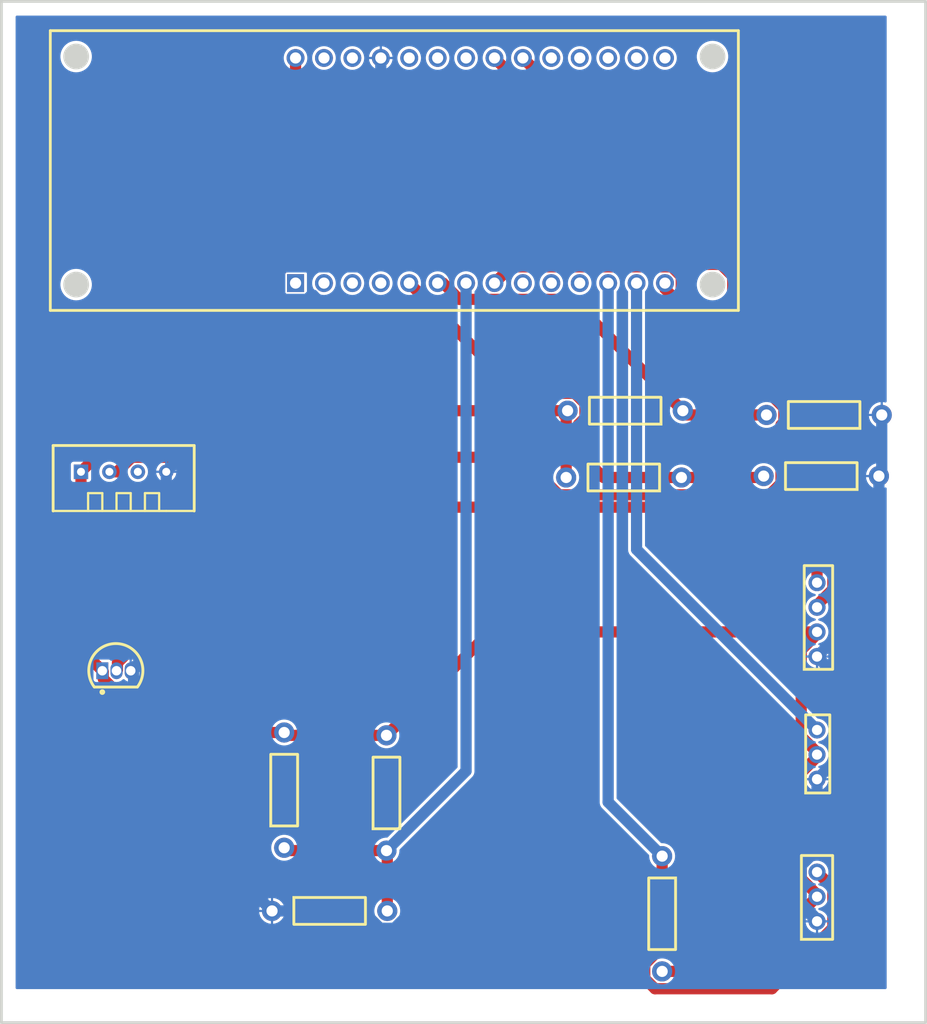
<source format=kicad_pcb>
(kicad_pcb (version 20241229) (generator "pcbnew") (generator_version "9.0")
  (layers (0 "F.Cu" signal "Top Layer") (2 "B.Cu" signal "Bottom Layer") (13 "F.Paste" user "Top Paste Mask Layer") (15 "B.Paste" user "Bottom Paste Mask Layer") (5 "F.SilkS" user "Top Silkscreen Layer") (7 "B.SilkS" user "Bottom Silkscreen Layer") (1 "F.Mask" user "Top Solder Mask Layer") (3 "B.Mask" user "Bottom Solder Mask Layer") (25 "Edge.Cuts" user "Multi-Layer"))
  (net 0 "")
  (net 1 "$1N615")
  (net 2 "$1N571")
  (net 3 "$1N461")
  (net 4 "$1N1258")
  (net 5 "$1N1408")
  (net 6 "$1N1838")
  (net 7 "$1N1847")
  (net 8 "$1N609")
  (net 9 "$1N842")
  (net 10 "$1N1586")
  (net 11 "$1N1590")
  (footprint "ProPrj_therminator_2026-01-14:COMM-TH_28P-L61.5-W25.0-P2.54" (layer "F.Cu") (at 152.799 75.113)
    (property "Reference" "U1" (hide yes))
    (property "Value" "")
    (fp_line (start -38.43 -12.5) (end 23.07 -12.5) (stroke (width 0.254)) (layer "F.SilkS"))
    (fp_line (start -38.43 12.5) (end -38.43 -12.5) (stroke (width 0.254)) (layer "F.SilkS"))
    (fp_line (start 23.07 -12.5) (end 23.07 12.5) (stroke (width 0.254)) (layer "F.SilkS"))
    (fp_line (start 23.07 12.5) (end -38.43 12.5) (stroke (width 0.254)) (layer "F.SilkS"))
    (fp_poly (pts (xy -34.973545 -10.280228) (xy -35.001775 -10.458462) (xy -35.057539 -10.630086) (xy -35.139464 -10.790873) (xy -35.245533 -10.936865) (xy -35.373135 -11.064467) (xy -35.519127 -11.170536) (xy -35.679914 -11.252461) (xy -35.851538 -11.308225) (xy -36.029772 -11.336455) (xy -36.210228 -11.336455) (xy -36.388462 -11.308225) (xy -36.560086 -11.252461) (xy -36.720873 -11.170536) (xy -36.866865 -11.064467) (xy -36.994467 -10.936865) (xy -37.100536 -10.790873) (xy -37.182461 -10.630086) (xy -37.238225 -10.458462) (xy -37.266455 -10.280228) (xy -37.266455 -10.099772) (xy -37.238225 -9.921538) (xy -37.182461 -9.749914) (xy -37.100536 -9.589127) (xy -36.994467 -9.443135) (xy -36.866865 -9.315533) (xy -36.720873 -9.209464) (xy -36.560086 -9.127539) (xy -36.388462 -9.071775) (xy -36.210228 -9.043545) (xy -36.029772 -9.043545) (xy -35.851538 -9.071775) (xy -35.679914 -9.127539) (xy -35.519127 -9.209464) (xy -35.373135 -9.315533) (xy -35.245533 -9.443135) (xy -35.139464 -9.589127) (xy -35.057539 -9.749914) (xy -35.001775 -9.921538) (xy -34.973545 -10.099772)) (fill yes) (layer "Edge.Cuts"))
    (fp_poly (pts (xy -34.973545 10.099772) (xy -35.001775 9.921538) (xy -35.057539 9.749914) (xy -35.139464 9.589127) (xy -35.245533 9.443135) (xy -35.373135 9.315533) (xy -35.519127 9.209464) (xy -35.679914 9.127539) (xy -35.851538 9.071775) (xy -36.029772 9.043545) (xy -36.210228 9.043545) (xy -36.388462 9.071775) (xy -36.560086 9.127539) (xy -36.720873 9.209464) (xy -36.866865 9.315533) (xy -36.994467 9.443135) (xy -37.100536 9.589127) (xy -37.182461 9.749914) (xy -37.238225 9.921538) (xy -37.266455 10.099772) (xy -37.266455 10.280228) (xy -37.238225 10.458462) (xy -37.182461 10.630086) (xy -37.100536 10.790873) (xy -36.994467 10.936865) (xy -36.866865 11.064467) (xy -36.720873 11.170536) (xy -36.560086 11.252461) (xy -36.388462 11.308225) (xy -36.210228 11.336455) (xy -36.029772 11.336455) (xy -35.851538 11.308225) (xy -35.679914 11.252461) (xy -35.519127 11.170536) (xy -35.373135 11.064467) (xy -35.245533 10.936865) (xy -35.139464 10.790873) (xy -35.057539 10.630086) (xy -35.001775 10.458462) (xy -34.973545 10.280228)) (fill yes) (layer "Edge.Cuts"))
    (fp_poly (pts (xy 21.906455 -10.280228) (xy 21.878225 -10.458462) (xy 21.822461 -10.630086) (xy 21.740536 -10.790873) (xy 21.634467 -10.936865) (xy 21.506865 -11.064467) (xy 21.360873 -11.170536) (xy 21.200086 -11.252461) (xy 21.028462 -11.308225) (xy 20.850228 -11.336455) (xy 20.669772 -11.336455) (xy 20.491538 -11.308225) (xy 20.319914 -11.252461) (xy 20.159127 -11.170536) (xy 20.013135 -11.064467) (xy 19.885533 -10.936865) (xy 19.779464 -10.790873) (xy 19.697539 -10.630086) (xy 19.641775 -10.458462) (xy 19.613545 -10.280228) (xy 19.613545 -10.099772) (xy 19.641775 -9.921538) (xy 19.697539 -9.749914) (xy 19.779464 -9.589127) (xy 19.885533 -9.443135) (xy 20.013135 -9.315533) (xy 20.159127 -9.209464) (xy 20.319914 -9.127539) (xy 20.491538 -9.071775) (xy 20.669772 -9.043545) (xy 20.850228 -9.043545) (xy 21.028462 -9.071775) (xy 21.200086 -9.127539) (xy 21.360873 -9.209464) (xy 21.506865 -9.315533) (xy 21.634467 -9.443135) (xy 21.740536 -9.589127) (xy 21.822461 -9.749914) (xy 21.878225 -9.921538) (xy 21.906455 -10.099772)) (fill yes) (layer "Edge.Cuts"))
    (fp_poly (pts (xy 21.906455 10.099772) (xy 21.878225 9.921538) (xy 21.822461 9.749914) (xy 21.740536 9.589127) (xy 21.634467 9.443135) (xy 21.506865 9.315533) (xy 21.360873 9.209464) (xy 21.200086 9.127539) (xy 21.028462 9.071775) (xy 20.850228 9.043545) (xy 20.669772 9.043545) (xy 20.491538 9.071775) (xy 20.319914 9.127539) (xy 20.159127 9.209464) (xy 20.013135 9.315533) (xy 19.885533 9.443135) (xy 19.779464 9.589127) (xy 19.697539 9.749914) (xy 19.641775 9.921538) (xy 19.613545 10.099772) (xy 19.613545 10.280228) (xy 19.641775 10.458462) (xy 19.697539 10.630086) (xy 19.779464 10.790873) (xy 19.885533 10.936865) (xy 20.013135 11.064467) (xy 20.159127 11.170536) (xy 20.319914 11.252461) (xy 20.491538 11.308225) (xy 20.669772 11.336455) (xy 20.850228 11.336455) (xy 21.028462 11.308225) (xy 21.200086 11.252461) (xy 21.360873 11.170536) (xy 21.506865 11.064467) (xy 21.634467 10.936865) (xy 21.740536 10.790873) (xy 21.822461 10.630086) (xy 21.878225 10.458462) (xy 21.906455 10.280228)) (fill yes) (layer "Edge.Cuts"))
    (pad "1" thru_hole rect (at -16.51 10.06) (size 1.524 1.6) (drill 1) (layers "*.Cu" "*.Mask"))
    (pad "2" thru_hole circle (at -13.97 10.06) (size 1.6 1.6) (drill 1) (layers "*.Cu" "*.Mask"))
    (pad "3" thru_hole circle (at -11.43 10.06) (size 1.6 1.6) (drill 1) (layers "*.Cu" "*.Mask"))
    (pad "4" thru_hole circle (at -8.89 10.06) (size 1.6 1.6) (drill 1) (layers "*.Cu" "*.Mask"))
    (pad "5" thru_hole circle (at -6.35 10.06) (size 1.6 1.6) (drill 1) (layers "*.Cu" "*.Mask") (net 11 "$1N1590"))
    (pad "6" thru_hole circle (at -3.81 10.06) (size 1.6 1.6) (drill 1) (layers "*.Cu" "*.Mask") (net 10 "$1N1586"))
    (pad "7" thru_hole circle (at -1.27 10.06) (size 1.6 1.6) (drill 1) (layers "*.Cu" "*.Mask") (net 9 "$1N842"))
    (pad "8" thru_hole circle (at 1.27 10.06) (size 1.6 1.6) (drill 1) (layers "*.Cu" "*.Mask") (net 8 "$1N609"))
    (pad "9" thru_hole circle (at 3.81 10.06) (size 1.6 1.6) (drill 1) (layers "*.Cu" "*.Mask"))
    (pad "10" thru_hole circle (at 6.35 10.06) (size 1.6 1.6) (drill 1) (layers "*.Cu" "*.Mask"))
    (pad "11" thru_hole circle (at 8.89 10.06) (size 1.6 1.6) (drill 1) (layers "*.Cu" "*.Mask"))
    (pad "12" thru_hole circle (at 11.43 10.06) (size 1.6 1.6) (drill 1) (layers "*.Cu" "*.Mask") (net 5 "$1N1408"))
    (pad "13" thru_hole circle (at 13.97 10.06) (size 1.6 1.6) (drill 1) (layers "*.Cu" "*.Mask") (net 4 "$1N1258"))
    (pad "14" thru_hole circle (at 16.51 10.06) (size 1.6 1.6) (drill 1) (layers "*.Cu" "*.Mask") (net 2 "$1N571"))
    (pad "15" thru_hole circle (at 16.51 -10.06) (size 1.6 1.6) (drill 1) (layers "*.Cu" "*.Mask"))
    (pad "16" thru_hole circle (at 13.97 -10.06) (size 1.6 1.6) (drill 1) (layers "*.Cu" "*.Mask"))
    (pad "17" thru_hole circle (at 11.43 -10.06) (size 1.6 1.6) (drill 1) (layers "*.Cu" "*.Mask"))
    (pad "18" thru_hole circle (at 8.89 -10.06) (size 1.6 1.6) (drill 1) (layers "*.Cu" "*.Mask"))
    (pad "19" thru_hole circle (at 6.35 -10.06) (size 1.6 1.6) (drill 1) (layers "*.Cu" "*.Mask"))
    (pad "20" thru_hole circle (at 3.81 -10.06) (size 1.6 1.6) (drill 1) (layers "*.Cu" "*.Mask") (net 6 "$1N1838"))
    (pad "21" thru_hole circle (at 1.27 -10.06) (size 1.6 1.6) (drill 1) (layers "*.Cu" "*.Mask") (net 7 "$1N1847"))
    (pad "22" thru_hole circle (at -1.27 -10.06) (size 1.6 1.6) (drill 1) (layers "*.Cu" "*.Mask"))
    (pad "23" thru_hole circle (at -3.81 -10.06) (size 1.6 1.6) (drill 1) (layers "*.Cu" "*.Mask"))
    (pad "24" thru_hole circle (at -6.35 -10.06) (size 1.6 1.6) (drill 1) (layers "*.Cu" "*.Mask"))
    (pad "25" thru_hole circle (at -8.89 -10.06) (size 1.6 1.6) (drill 1) (layers "*.Cu" "*.Mask") (net 1 "$1N615"))
    (pad "26" thru_hole circle (at -11.43 -10.06) (size 1.6 1.6) (drill 1) (layers "*.Cu" "*.Mask"))
    (pad "27" thru_hole circle (at -13.97 -10.06) (size 1.6 1.6) (drill 1) (layers "*.Cu" "*.Mask"))
    (pad "28" thru_hole circle (at -16.51 -10.06) (size 1.6 1.6) (drill 1) (layers "*.Cu" "*.Mask") (net 3 "$1N461"))
  )
  (footprint "ProPrj_therminator_2026-01-14:RES-TH_BD2.3-L6.3-P10.30-D0.6" (layer "F.Cu") (at 169.055 141.534 -90)
    (property "Reference" "R4" (hide yes))
    (property "Value" "")
    (fp_rect (start -3.2 -1.2) (end 3.2 1.2) (stroke (width 0.254)) (fill no) (layer "F.SilkS"))
    (pad "1" thru_hole circle (at -5.15 0 270) (size 1.8 1.8) (drill 1) (layers "*.Cu" "*.Mask") (net 5 "$1N1408"))
    (pad "2" thru_hole circle (at 5.15 0 270) (size 1.8 1.8) (drill 1) (layers "*.Cu" "*.Mask") (net 3 "$1N461"))
  )
  (footprint "ProPrj_therminator_2026-01-14:DHT22-cable" (layer "F.Cu") (at 182.898 127.31 90)
    (property "Reference" "DHT22" (hide yes))
    (property "Value" "")
    (fp_rect (start -3.429 -1.016) (end 3.5545 1.143) (stroke (width 0.254)) (fill no) (layer "F.SilkS"))
    (pad "1" thru_hole circle (at -2.2 0 90) (size 1.524 1.524) (drill 0.9145) (layers "*.Cu" "*.Mask") (net 1 "$1N615"))
    (pad "2" thru_hole circle (at 0 0 90) (size 1.524 1.524) (drill 0.9145) (layers "*.Cu" "*.Mask") (net 3 "$1N461"))
    (pad "3" thru_hole circle (at 2.2 0 90) (size 1.524 1.524) (drill 0.9145) (layers "*.Cu" "*.Mask") (net 4 "$1N1258"))
  )
  (footprint "ProPrj_therminator_2026-01-14:RES-TH_BD2.3-L6.3-P10.30-D0.6" (layer "F.Cu") (at 183.533 96.957 180)
    (property "Reference" "PT100-1" (hide yes))
    (property "Value" "")
    (fp_rect (start -3.2 -1.2) (end 3.2 1.2) (stroke (width 0.254)) (fill no) (layer "F.SilkS"))
    (pad "1" thru_hole circle (at -5.15 0 180) (size 1.8 1.8) (drill 1) (layers "*.Cu" "*.Mask") (net 1 "$1N615"))
    (pad "2" thru_hole circle (at 5.15 0 180) (size 1.8 1.8) (drill 1) (layers "*.Cu" "*.Mask") (net 10 "$1N1586"))
  )
  (footprint "ProPrj_therminator_2026-01-14:DS18B20-cable" (layer "F.Cu") (at 182.898 140.01 90)
    (property "Reference" "DS18B20-1" (hide yes))
    (property "Value" "")
    (fp_rect (start -3.81 -1.397) (end 3.683 1.397) (stroke (width 0.254)) (fill no) (layer "F.SilkS"))
    (pad "1" thru_hole circle (at -2.2 0 90) (size 1.524 1.524) (drill 0.9145) (layers "*.Cu" "*.Mask") (net 1 "$1N615"))
    (pad "2" thru_hole circle (at 0 0 90) (size 1.524 1.524) (drill 0.9145) (layers "*.Cu" "*.Mask") (net 3 "$1N461"))
    (pad "3" thru_hole circle (at 2.2 0 90) (size 1.524 1.524) (drill 0.9145) (layers "*.Cu" "*.Mask") (net 5 "$1N1408"))
  )
  (footprint "ProPrj_therminator_2026-01-14:TO-92-3_L4.8-W3.7-P1.27-L" (layer "F.Cu") (at 120.287 119.817)
    (property "Reference" "LM35" (hide yes))
    (property "Value" "")
    (fp_line (start -1.9805 1.455) (end 1.86 1.455) (stroke (width 0.254)) (layer "F.SilkS"))
    (fp_arc (start -1.9905 1.445) (mid -0.059849 -2.42981) (end 1.87 1.445) (stroke (width 0.254)) (layer "F.SilkS"))
    (fp_circle (center -1.27 1.905) (end -1.143 1.905) (stroke (width 0.254)) (fill no) (layer "F.SilkS"))
    (pad "1" thru_hole rect (at -1.27 0) (size 1.07 1.5) (drill 0.85) (layers "*.Cu" "*.Mask") (net 3 "$1N461"))
    (pad "2" thru_hole oval (at 0 0) (size 1.07 1.5) (drill 0.85) (layers "*.Cu" "*.Mask") (net 8 "$1N609"))
    (pad "3" thru_hole oval (at 1.27 0) (size 1.07 1.5) (drill 0.85) (layers "*.Cu" "*.Mask") (net 1 "$1N615"))
  )
  (footprint "ProPrj_therminator_2026-01-14:RES-TH_BD2.3-L6.3-P10.30-D0.6" (layer "F.Cu") (at 139.337 141.28)
    (property "Reference" "NTC" (hide yes))
    (property "Value" "")
    (fp_rect (start -3.2 -1.2) (end 3.2 1.2) (stroke (width 0.254)) (fill no) (layer "F.SilkS"))
    (pad "1" thru_hole circle (at -5.15 0) (size 1.8 1.8) (drill 1) (layers "*.Cu" "*.Mask") (net 1 "$1N615"))
    (pad "2" thru_hole circle (at 5.15 0) (size 1.8 1.8) (drill 1) (layers "*.Cu" "*.Mask") (net 9 "$1N842"))
  )
  (footprint "ProPrj_therminator_2026-01-14:RES-TH_BD2.3-L6.3-P10.30-D0.6" (layer "F.Cu") (at 183.279 102.418 180)
    (property "Reference" "PT100-2" (hide yes))
    (property "Value" "")
    (fp_rect (start -3.2 -1.2) (end 3.2 1.2) (stroke (width 0.254)) (fill no) (layer "F.SilkS"))
    (pad "1" thru_hole circle (at -5.15 0 180) (size 1.8 1.8) (drill 1) (layers "*.Cu" "*.Mask") (net 1 "$1N615"))
    (pad "2" thru_hole circle (at 5.15 0 180) (size 1.8 1.8) (drill 1) (layers "*.Cu" "*.Mask") (net 11 "$1N1590"))
  )
  (footprint "ProPrj_therminator_2026-01-14:LCD-cable" (layer "F.Cu") (at 182.898 118.547 90)
    (property "Reference" "LCD-1" (hide yes))
    (property "Value" "")
    (fp_rect (start -1.143 -1.143) (end 8.128 1.397) (stroke (width 0.254)) (fill no) (layer "F.SilkS"))
    (pad "1" thru_hole circle (at 0 0 90) (size 1.524 1.524) (drill 0.9145) (layers "*.Cu" "*.Mask") (net 1 "$1N615"))
    (pad "2" thru_hole circle (at 2.2 0 90) (size 1.524 1.524) (drill 0.9145) (layers "*.Cu" "*.Mask") (net 3 "$1N461"))
    (pad "3" thru_hole circle (at 4.4 0 90) (size 1.524 1.524) (drill 0.9145) (layers "*.Cu" "*.Mask") (net 6 "$1N1838"))
    (pad "4" thru_hole circle (at 6.6 0 90) (size 1.524 1.524) (drill 0.9145) (layers "*.Cu" "*.Mask") (net 7 "$1N1847"))
  )
  (footprint "ProPrj_therminator_2026-01-14:RES-TH_BD2.3-L6.3-P10.30-D0.6" (layer "F.Cu") (at 135.273 130.485 90)
    (property "Reference" "RPom1" (hide yes))
    (property "Value" "")
    (fp_rect (start -3.2 -1.2) (end 3.2 1.2) (stroke (width 0.254)) (fill no) (layer "F.SilkS"))
    (pad "1" thru_hole circle (at -5.15 0 90) (size 1.8 1.8) (drill 1) (layers "*.Cu" "*.Mask") (net 9 "$1N842"))
    (pad "2" thru_hole circle (at 5.15 0 90) (size 1.8 1.8) (drill 1) (layers "*.Cu" "*.Mask") (net 3 "$1N461"))
  )
  (footprint "ProPrj_therminator_2026-01-14:RES-TH_BD2.3-L6.3-P10.30-D0.6" (layer "F.Cu") (at 165.753 96.576 180)
    (property "Reference" "RPom3" (hide yes))
    (property "Value" "")
    (fp_rect (start -3.2 -1.2) (end 3.2 1.2) (stroke (width 0.254)) (fill no) (layer "F.SilkS"))
    (pad "1" thru_hole circle (at -5.15 0 180) (size 1.8 1.8) (drill 1) (layers "*.Cu" "*.Mask") (net 10 "$1N1586"))
    (pad "2" thru_hole circle (at 5.15 0 180) (size 1.8 1.8) (drill 1) (layers "*.Cu" "*.Mask") (net 3 "$1N461"))
  )
  (footprint "ProPrj_therminator_2026-01-14:SENSOR-TH_DHT11-1" (layer "F.Cu") (at 120.922 102.037)
    (property "Reference" "DHT11" (hide yes))
    (property "Value" "")
    (fp_line (start -6.3095 3.5) (end 3.81 3.5) (stroke (width 0.203)) (layer "F.SilkS"))
    (fp_line (start -6.3 -2.3495) (end -6.3 3.5) (stroke (width 0.254)) (layer "F.SilkS"))
    (fp_line (start -3.175 1.905) (end -3.175 3.5) (stroke (width 0.203)) (layer "F.SilkS"))
    (fp_line (start -1.905 1.905) (end -3.175 1.905) (stroke (width 0.203)) (layer "F.SilkS"))
    (fp_line (start -1.905 3.5) (end -1.905 1.905) (stroke (width 0.203)) (layer "F.SilkS"))
    (fp_line (start -0.635 1.905) (end -0.635 3.5) (stroke (width 0.203)) (layer "F.SilkS"))
    (fp_line (start 0.635 1.905) (end -0.635 1.905) (stroke (width 0.203)) (layer "F.SilkS"))
    (fp_line (start 0.635 3.5) (end 0.635 1.905) (stroke (width 0.203)) (layer "F.SilkS"))
    (fp_line (start 1.905 1.905) (end 1.905 3.5) (stroke (width 0.203)) (layer "F.SilkS"))
    (fp_line (start 3.175 1.905) (end 1.905 1.905) (stroke (width 0.203)) (layer "F.SilkS"))
    (fp_line (start 3.175 3.5) (end 3.175 1.905) (stroke (width 0.203)) (layer "F.SilkS"))
    (fp_line (start 3.81 3.5) (end 6.3095 3.5) (stroke (width 0.203)) (layer "F.SilkS"))
    (fp_line (start 6.3 -2.3495) (end -6.3 -2.3495) (stroke (width 0.254)) (layer "F.SilkS"))
    (fp_line (start 6.3095 -2.3405) (end 6.3 -2.3495) (stroke (width 0.254)) (layer "F.SilkS"))
    (fp_line (start 6.3095 3.5) (end 6.3095 -2.3405) (stroke (width 0.254)) (layer "F.SilkS"))
    (pad "1" thru_hole rect (at -3.81 0 180) (size 1.2955 1.2955) (drill 0.711) (layers "*.Cu" "*.Mask") (net 3 "$1N461"))
    (pad "2" thru_hole circle (at -1.27 0 180) (size 1.2955 1.2955) (drill 0.711) (layers "*.Cu" "*.Mask") (net 2 "$1N571"))
    (pad "3" thru_hole circle (at 1.27 0 180) (size 1.2955 1.2955) (drill 0.711) (layers "*.Cu" "*.Mask"))
    (pad "4" thru_hole circle (at 3.81 0 180) (size 1.2955 1.2955) (drill 0.711) (layers "*.Cu" "*.Mask") (net 1 "$1N615"))
  )
  (footprint "ProPrj_therminator_2026-01-14:RES-TH_BD2.3-L6.3-P10.30-D0.6" (layer "F.Cu") (at 165.626 102.545 180)
    (property "Reference" "RPom4" (hide yes))
    (property "Value" "")
    (fp_rect (start -3.2 -1.2) (end 3.2 1.2) (stroke (width 0.254)) (fill no) (layer "F.SilkS"))
    (pad "1" thru_hole circle (at -5.15 0 180) (size 1.8 1.8) (drill 1) (layers "*.Cu" "*.Mask") (net 11 "$1N1590"))
    (pad "2" thru_hole circle (at 5.15 0 180) (size 1.8 1.8) (drill 1) (layers "*.Cu" "*.Mask") (net 3 "$1N461"))
  )
  (footprint "ProPrj_therminator_2026-01-14:RES-TH_BD2.3-L6.3-P10.30-D0.6" (layer "F.Cu") (at 144.417 130.739 90)
    (property "Reference" "RPom2" (hide yes))
    (property "Value" "")
    (fp_rect (start -3.2 -1.2) (end 3.2 1.2) (stroke (width 0.254)) (fill no) (layer "F.SilkS"))
    (pad "1" thru_hole circle (at -5.15 0 90) (size 1.8 1.8) (drill 1) (layers "*.Cu" "*.Mask") (net 9 "$1N842"))
    (pad "2" thru_hole circle (at 5.15 0 90) (size 1.8 1.8) (drill 1) (layers "*.Cu" "*.Mask") (net 3 "$1N461"))
  )
  (gr_rect (start 110 60) (end 192.601 151.2625) (stroke (width 0.254)) (fill no) (layer "Edge.Cuts"))
  (segment (start 182.898 135.8105) (end 182.898 129.51) (width 1) (layer "B.Cu") (net 1))
  (segment (start 124.732 102.037) (end 124.732 116.642) (width 1) (layer "B.Cu") (net 1))
  (segment (start 182.898 142.21) (end 182.898 142.0095) (width 1) (layer "B.Cu") (net 1))
  (segment (start 182.898 129.51) (end 184.676 127.732) (width 1) (layer "B.Cu") (net 1))
  (segment (start 188.683 102.164) (end 188.683 96.957) (width 1) (layer "B.Cu") (net 1))
  (segment (start 146.682 141.28) (end 181.968 141.28) (width 1) (layer "B.Cu") (net 1))
  (segment (start 121.811 128.904) (end 121.811 119.944) (width 1) (layer "B.Cu") (net 1))
  (segment (start 138.2275 88.5415) (end 124.732 102.037) (width 1) (layer "B.Cu") (net 1))
  (segment (start 181.484 137.2245) (end 182.898 135.8105) (width 1) (layer "B.Cu") (net 1))
  (segment (start 184.676 127.732) (end 184.676 120.325) (width 1) (layer "B.Cu") (net 1))
  (segment (start 188.429 102.418) (end 188.683 102.164) (width 1) (layer "B.Cu") (net 1))
  (segment (start 143.909 65.053) (end 143.909 82.86) (width 1) (layer "B.Cu") (net 1))
  (segment (start 137.8455 86.243) (end 138.2275 86.625) (width 1) (layer "B.Cu") (net 1))
  (segment (start 134.187 141.28) (end 142.292 141.28) (width 1) (layer "B.Cu") (net 1))
  (segment (start 188.429 113.016) (end 188.429 102.418) (width 1) (layer "B.Cu") (net 1))
  (segment (start 143.909 82.86) (end 143.048 83.721) (width 1) (layer "B.Cu") (net 1))
  (segment (start 135.257 83.721) (end 134.875 84.103) (width 1) (layer "B.Cu") (net 1))
  (segment (start 134.875 84.103) (end 134.875 86.243) (width 1) (layer "B.Cu") (net 1))
  (segment (start 138.2275 86.625) (end 138.2275 88.5415) (width 1) (layer "B.Cu") (net 1))
  (segment (start 134.875 86.243) (end 135.257 86.625) (width 1) (layer "B.Cu") (net 1))
  (segment (start 182.898 142.0095) (end 181.484 140.5955) (width 1) (layer "B.Cu") (net 1))
  (segment (start 145.13 142.832) (end 146.682 141.28) (width 1) (layer "B.Cu") (net 1))
  (segment (start 143.048 83.721) (end 135.257 83.721) (width 1) (layer "B.Cu") (net 1))
  (segment (start 184.676 120.325) (end 182.898 118.547) (width 1) (layer "B.Cu") (net 1))
  (segment (start 135.257 86.625) (end 137.321 86.625) (width 1) (layer "B.Cu") (net 1))
  (segment (start 181.484 140.5955) (end 181.484 137.2245) (width 1) (layer "B.Cu") (net 1))
  (segment (start 181.968 141.28) (end 182.898 142.21) (width 1) (layer "B.Cu") (net 1))
  (segment (start 137.703 86.243) (end 137.8455 86.243) (width 1) (layer "B.Cu") (net 1))
  (segment (start 124.732 116.642) (end 121.557 119.817) (width 1) (layer "B.Cu") (net 1))
  (segment (start 143.844 142.832) (end 145.13 142.832) (width 1) (layer "B.Cu") (net 1))
  (segment (start 182.898 118.547) (end 188.429 113.016) (width 1) (layer "B.Cu") (net 1))
  (segment (start 137.321 86.625) (end 137.703 86.243) (width 1) (layer "B.Cu") (net 1))
  (segment (start 134.187 141.28) (end 121.811 128.904) (width 1) (layer "B.Cu") (net 1))
  (segment (start 142.292 141.28) (end 143.844 142.832) (width 1) (layer "B.Cu") (net 1))
  (segment (start 119.652 102.037) (end 120.354 102.037) (width 1) (layer "F.Cu") (net 2))
  (segment (start 120.354 102.037) (end 121.6535 100.7375) (width 1) (layer "F.Cu") (net 2))
  (segment (start 121.6535 100.7375) (end 156.4735 100.7375) (width 1) (layer "F.Cu") (net 2))
  (segment (start 178.645 104.097) (end 179.681 103.061) (width 1) (layer "F.Cu") (net 2))
  (segment (start 159.833 104.097) (end 178.645 104.097) (width 1) (layer "F.Cu") (net 2))
  (segment (start 169.309 85.688) (end 169.309 85.173) (width 1) (layer "F.Cu") (net 2))
  (segment (start 179.935 97.6) (end 179.935 96.314) (width 1) (layer "F.Cu") (net 2))
  (segment (start 179.681 103.061) (end 179.681 97.854) (width 1) (layer "F.Cu") (net 2))
  (segment (start 179.681 97.854) (end 179.935 97.6) (width 1) (layer "F.Cu") (net 2))
  (segment (start 179.935 96.314) (end 169.309 85.688) (width 1) (layer "F.Cu") (net 2))
  (segment (start 156.4735 100.7375) (end 159.833 104.097) (width 1) (layer "F.Cu") (net 2))
  (segment (start 117.112 117.912) (end 119.017 119.817) (width 1) (layer "F.Cu") (net 3))
  (segment (start 135.428 83.721) (end 135.257 83.721) (width 1) (layer "F.Cu") (net 3))
  (segment (start 135.273 125.335) (end 123.9115 125.335) (width 1) (layer "F.Cu") (net 3))
  (segment (start 181.484 117.9615) (end 182.898 116.5475) (width 1) (layer "F.Cu") (net 3))
  (segment (start 134.875 84.274) (end 129.7195 89.4295) (width 1) (layer "F.Cu") (net 3))
  (segment (start 134.875 84.103) (end 134.875 84.274) (width 1) (layer "F.Cu") (net 3))
  (segment (start 117.112 102.037) (end 117.112 117.912) (width 1) (layer "F.Cu") (net 3))
  (segment (start 136.289 82.86) (end 135.428 83.721) (width 1) (layer "F.Cu") (net 3))
  (segment (start 119.1 120.5235) (end 119.1 119.9) (width 1) (layer "F.Cu") (net 3))
  (segment (start 182.898 127.1095) (end 181.484 125.6955) (width 1) (layer "F.Cu") (net 3))
  (segment (start 182.898 127.5105) (end 182.898 127.31) (width 1) (layer "F.Cu") (net 3))
  (segment (start 176.224 146.684) (end 182.898 140.01) (width 1) (layer "F.Cu") (net 3))
  (segment (start 153.659 116.347) (end 144.417 125.589) (width 1) (layer "F.Cu") (net 3))
  (segment (start 160.603 96.576) (end 136.8665 96.576) (width 1) (layer "F.Cu") (net 3))
  (segment (start 182.898 139.8095) (end 181.484 138.3955) (width 1) (layer "F.Cu") (net 3))
  (segment (start 129.7195 89.4295) (end 117.112 102.037) (width 1) (layer "F.Cu") (net 3))
  (segment (start 160.476 102.545) (end 160.476 97.141) (width 1) (layer "F.Cu") (net 3))
  (segment (start 135.216 125.589) (end 135.146 125.659) (width 1) (layer "F.Cu") (net 3))
  (segment (start 169.055 146.684) (end 176.224 146.684) (width 1) (layer "F.Cu") (net 3))
  (segment (start 135.257 83.721) (end 134.875 84.103) (width 1) (layer "F.Cu") (net 3))
  (segment (start 123.9115 125.335) (end 119.1 120.5235) (width 1) (layer "F.Cu") (net 3))
  (segment (start 136.289 65.053) (end 136.289 82.86) (width 1) (layer "F.Cu") (net 3))
  (segment (start 182.898 140.01) (end 182.898 139.8095) (width 1) (layer "F.Cu") (net 3))
  (segment (start 119.1 119.9) (end 119.017 119.817) (width 1) (layer "F.Cu") (net 3))
  (segment (start 182.898 116.347) (end 153.659 116.347) (width 1) (layer "F.Cu") (net 3))
  (segment (start 181.484 128.9245) (end 182.898 127.5105) (width 1) (layer "F.Cu") (net 3))
  (segment (start 160.476 97.141) (end 160.292 96.957) (width 1) (layer "F.Cu") (net 3))
  (segment (start 144.417 125.589) (end 135.216 125.589) (width 1) (layer "F.Cu") (net 3))
  (segment (start 182.898 127.31) (end 182.898 127.1095) (width 1) (layer "F.Cu") (net 3))
  (segment (start 181.484 138.3955) (end 181.484 128.9245) (width 1) (layer "F.Cu") (net 3))
  (segment (start 182.898 116.5475) (end 182.898 116.347) (width 1) (layer "F.Cu") (net 3))
  (segment (start 136.8665 96.576) (end 129.7195 89.4295) (width 1) (layer "F.Cu") (net 3))
  (segment (start 181.484 125.6955) (end 181.484 117.9615) (width 1) (layer "F.Cu") (net 3))
  (segment (start 166.769 108.981) (end 166.769 85.173) (width 1) (layer "B.Cu") (net 4))
  (segment (start 182.898 125.11) (end 166.769 108.981) (width 1) (layer "B.Cu") (net 4))
  (segment (start 168.412 148.236) (end 178.8715 148.236) (width 1) (layer "F.Cu") (net 5))
  (segment (start 169.055 136.384) (end 169.055 144.489) (width 1) (layer "F.Cu") (net 5))
  (segment (start 167.503 147.327) (end 168.412 148.236) (width 1) (layer "F.Cu") (net 5))
  (segment (start 184.312 139.224) (end 182.898 137.81) (width 1) (layer "F.Cu") (net 5))
  (segment (start 184.312 142.7955) (end 184.312 139.224) (width 1) (layer "F.Cu") (net 5))
  (segment (start 169.055 144.489) (end 167.503 146.041) (width 1) (layer "F.Cu") (net 5))
  (segment (start 167.503 146.041) (end 167.503 147.327) (width 1) (layer "F.Cu") (net 5))
  (segment (start 178.8715 148.236) (end 184.312 142.7955) (width 1) (layer "F.Cu") (net 5))
  (segment (start 164.229 131.558) (end 169.055 136.384) (width 1) (layer "B.Cu") (net 5))
  (segment (start 164.229 85.173) (end 164.229 131.558) (width 1) (layer "B.Cu") (net 5))
  (segment (start 184.312 91.949) (end 184.312 112.5325) (width 1) (layer "F.Cu") (net 6))
  (segment (start 184.312 112.5325) (end 182.898 113.9465) (width 1) (layer "F.Cu") (net 6))
  (segment (start 173.955 82.399) (end 174.762 82.399) (width 1) (layer "F.Cu") (net 6))
  (segment (start 156.609 65.053) (end 173.955 82.399) (width 1) (layer "F.Cu") (net 6))
  (segment (start 174.762 82.399) (end 184.312 91.949) (width 1) (layer "F.Cu") (net 6))
  (segment (start 182.898 113.9465) (end 182.898 114.147) (width 1) (layer "F.Cu") (net 6))
  (segment (start 175.361 84.5565) (end 175.361 86.345) (width 1) (layer "F.Cu") (net 7))
  (segment (start 172.517 83.501) (end 174.3055 83.501) (width 1) (layer "F.Cu") (net 7))
  (segment (start 182.898 93.882) (end 182.898 111.947) (width 1) (layer "F.Cu") (net 7))
  (segment (start 175.361 86.345) (end 182.898 93.882) (width 1) (layer "F.Cu") (net 7))
  (segment (start 154.069 65.053) (end 172.517 83.501) (width 1) (layer "F.Cu") (net 7))
  (segment (start 174.3055 83.501) (end 175.361 84.5565) (width 1) (layer "F.Cu") (net 7))
  (segment (start 120.37 119.1105) (end 134.2815 105.199) (width 1) (layer "F.Cu") (net 8))
  (segment (start 170.761 84.5715) (end 169.9105 83.721) (width 1) (layer "F.Cu") (net 8))
  (segment (start 181.037 103.2635) (end 181.037 95.8575) (width 1) (layer "F.Cu") (net 8))
  (segment (start 120.287 119.817) (end 120.37 119.734) (width 1) (layer "F.Cu") (net 8))
  (segment (start 170.761 85.5815) (end 170.761 84.5715) (width 1) (layer "F.Cu") (net 8))
  (segment (start 155.521 83.721) (end 154.069 85.173) (width 1) (layer "F.Cu") (net 8))
  (segment (start 181.037 95.8575) (end 170.761 85.5815) (width 1) (layer "F.Cu") (net 8))
  (segment (start 134.2815 105.199) (end 179.1015 105.199) (width 1) (layer "F.Cu") (net 8))
  (segment (start 120.37 119.734) (end 120.37 119.1105) (width 1) (layer "F.Cu") (net 8))
  (segment (start 179.1015 105.199) (end 181.037 103.2635) (width 1) (layer "F.Cu") (net 8))
  (segment (start 169.9105 83.721) (end 155.521 83.721) (width 1) (layer "F.Cu") (net 8))
  (segment (start 144.417 135.889) (end 135.527 135.889) (width 1) (layer "F.Cu") (net 9))
  (segment (start 144.487 135.959) (end 144.417 135.889) (width 1) (layer "F.Cu") (net 9))
  (segment (start 144.487 141.28) (end 144.487 135.959) (width 1) (layer "F.Cu") (net 9))
  (segment (start 135.527 135.889) (end 135.273 135.635) (width 1) (layer "F.Cu") (net 9))
  (segment (start 151.529 128.777) (end 151.529 85.173) (width 1) (layer "B.Cu") (net 9))
  (segment (start 144.417 135.889) (end 151.529 128.777) (width 1) (layer "B.Cu") (net 9))
  (segment (start 178.383 96.957) (end 171.284 96.957) (width 1) (layer "F.Cu") (net 10))
  (segment (start 160.952 86.625) (end 150.9275 86.625) (width 1) (layer "F.Cu") (net 10))
  (segment (start 150.9275 86.625) (end 149.4755 85.173) (width 1) (layer "F.Cu") (net 10))
  (segment (start 171.284 96.957) (end 170.903 96.576) (width 1) (layer "F.Cu") (net 10))
  (segment (start 170.903 96.576) (end 160.952 86.625) (width 1) (layer "F.Cu") (net 10))
  (segment (start 149.4755 85.173) (end 148.989 85.173) (width 1) (layer "F.Cu") (net 10))
  (segment (start 178.002 102.545) (end 170.776 102.545) (width 1) (layer "F.Cu") (net 11))
  (segment (start 156.3 95.024) (end 146.449 85.173) (width 1) (layer "F.Cu") (net 11))
  (segment (start 170.776 102.545) (end 163.821 102.545) (width 1) (layer "F.Cu") (net 11))
  (segment (start 162.155 95.933) (end 161.246 95.024) (width 1) (layer "F.Cu") (net 11))
  (segment (start 162.155 97.219) (end 162.155 95.933) (width 1) (layer "F.Cu") (net 11))
  (segment (start 161.578 100.302) (end 161.578 97.796) (width 1) (layer "F.Cu") (net 11))
  (segment (start 161.578 97.796) (end 162.155 97.219) (width 1) (layer "F.Cu") (net 11))
  (segment (start 161.246 95.024) (end 156.3 95.024) (width 1) (layer "F.Cu") (net 11))
  (segment (start 178.129 102.418) (end 178.002 102.545) (width 1) (layer "F.Cu") (net 11))
  (segment (start 163.821 102.545) (end 161.578 100.302) (width 1) (layer "F.Cu") (net 11))
  (zone (net 1) (net_name "$1N615") (layer "B.Cu") (priority 500) (connect_pads (clearance 0.1015)) (min_thickness 0.127) (fill yes (thermal_gap 0.5) (thermal_bridge_width 0.5))
    (polygon (pts (xy 111.27 61.27) (xy 189.121 61.27) (xy 189.121 148.265) (xy 111.27 148.265)))
  )
)
</source>
